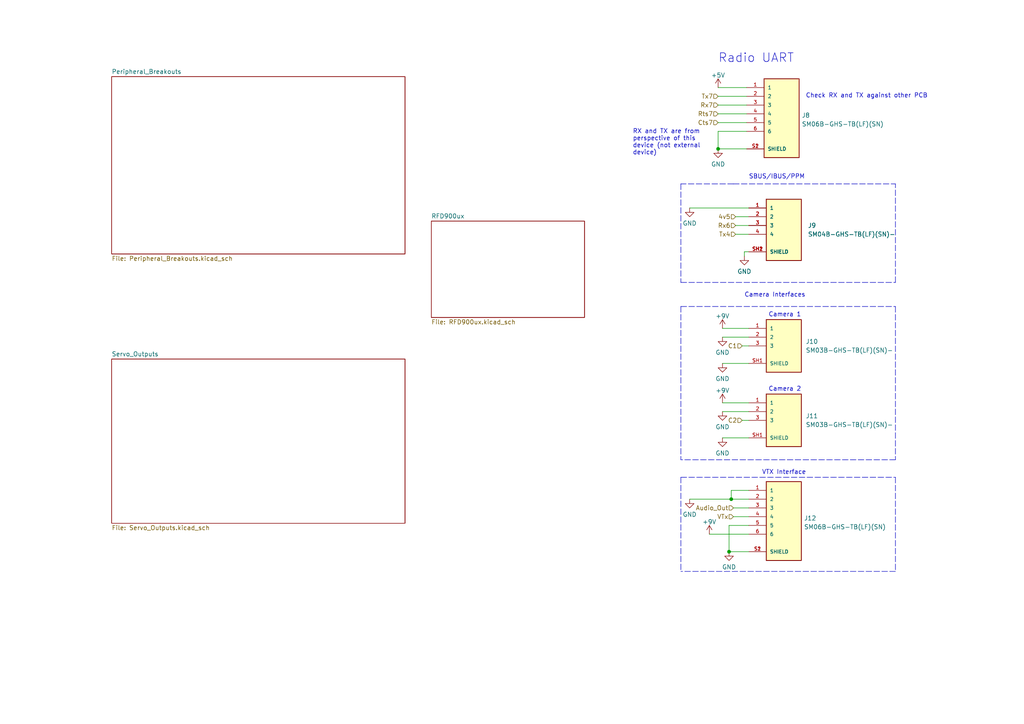
<source format=kicad_sch>
(kicad_sch (version 20211123) (generator eeschema)
  (paper "A4")
  (lib_symbols
    (symbol "SM03B-GHS-TB_LF__SN_:SM03B-GHS-TB(LF)(SN)-" (pin_names (offset 1.016))
      (property "Reference" "J" (at -5.08 7.62 0))
      (property "Value" "SM03B-GHS-TB(LF)(SN)-" (at -5.08 -12.7254 0))
      (symbol "SM03B-GHS-TB(LF)(SN)-_0_0"
        (rectangle (start -5.08 7.62) (end 5.08 -7.62) (stroke (width 0.254)) (fill (type background)))
        (pin passive line (at -10.16 5.08 0) (length 5.08) (name "1") (number "1"))
        (pin passive line (at -10.16 2.54 0) (length 5.08) (name "2") (number "2"))
        (pin passive line (at -10.16 0 0) (length 5.08) (name "3") (number "3"))
        (pin power_in line (at -10.16 -5.08 0) (length 5.08) (name "SHIELD") (number "SH1"))
      )
    )
    (symbol "SM03B-GHS-TB_LF__SN_:SM04B-GHS-TB(LF)(SN)-" (pin_names (offset 1.016))
      (property "Reference" "J" (at -5.08 7.62 0))
      (property "Value" "SM04B-GHS-TB(LF)(SN)-" (at -5.08 -12.7254 0))
      (symbol "SM04B-GHS-TB(LF)(SN)-_0_0"
        (rectangle (start -5.08 -10.16) (end 5.08 7.62) (stroke (width 0.254)) (fill (type background)))
        (pin passive line (at -10.16 5.08 0) (length 5.08) (name "1") (number "1"))
        (pin passive line (at -10.16 2.54 0) (length 5.08) (name "2") (number "2"))
        (pin passive line (at -10.16 0 0) (length 5.08) (name "3") (number "3"))
        (pin passive line (at -10.16 -2.54 0) (length 5.08) (name "4") (number "4"))
        (pin power_in line (at -10.16 -7.62 0) (length 5.08) (name "SHIELD") (number "SH1"))
        (pin power_in line (at -10.16 -7.62 0) (length 5.08) (name "SHIELD") (number "SH2"))
      )
    )
    (symbol "SM06B-GHS-TB_LF__SN_:SM06B-GHS-TB(LF)(SN)" (pin_names (offset 1.016))
      (property "Reference" "J" (at -5.08 11.43 0))
      (property "Value" "SM06B-GHS-TB(LF)(SN)" (at -5.08 -15.24 0))
      (symbol "SM06B-GHS-TB(LF)(SN)_0_0"
        (rectangle (start -5.08 -12.7) (end 5.08 10.16) (stroke (width 0.254)) (fill (type background)))
        (pin passive line (at -10.16 7.62 0) (length 5.08) (name "1") (number "1"))
        (pin passive line (at -10.16 5.08 0) (length 5.08) (name "2") (number "2"))
        (pin passive line (at -10.16 2.54 0) (length 5.08) (name "3") (number "3"))
        (pin passive line (at -10.16 0 0) (length 5.08) (name "4") (number "4"))
        (pin passive line (at -10.16 -2.54 0) (length 5.08) (name "5") (number "5"))
        (pin passive line (at -10.16 -5.08 0) (length 5.08) (name "6") (number "6"))
        (pin passive line (at -10.16 -10.16 0) (length 5.08) (name "SHIELD") (number "S1"))
        (pin passive line (at -10.16 -10.16 0) (length 5.08) (name "SHIELD") (number "S2"))
      )
    )
    (symbol "power:+5V" (power) (pin_names (offset 0))
      (property "Value" "+5V" (at 0 3.556 0))
      (symbol "+5V_0_1"
        (polyline (pts (xy -0.762 1.27) (xy 0 2.54)))
        (polyline (pts (xy 0 0) (xy 0 2.54)))
        (polyline (pts (xy 0 2.54) (xy 0.762 1.27)))
      )
      (symbol "+5V_1_1"
        (pin power_in line (at 0 0 90) (length 0) hide (name "+5V") (number "1"))
      )
    )
    (symbol "power:+9V" (power) (pin_names (offset 0))
      (property "Value" "+9V" (at 0 3.556 0))
      (symbol "+9V_0_1"
        (polyline (pts (xy -0.762 1.27) (xy 0 2.54)))
        (polyline (pts (xy 0 0) (xy 0 2.54)))
        (polyline (pts (xy 0 2.54) (xy 0.762 1.27)))
      )
      (symbol "+9V_1_1"
        (pin power_in line (at 0 0 90) (length 0) hide (name "+9V") (number "1"))
      )
    )
    (symbol "power:GND" (power) (pin_names (offset 0))
      (property "Value" "GND" (at 0 -3.81 0))
      (symbol "GND_0_1"
        (polyline (pts (xy 0 0) (xy 0 -1.27) (xy 1.27 -1.27) (xy 0 -2.54) (xy -1.27 -1.27) (xy 0 -1.27)))
      )
      (symbol "GND_1_1"
        (pin power_in line (at 0 0 270) (length 0) hide (name "GND") (number "1"))
      )
    )
  )
  (junction (at 208.28 43.18))
  (junction (at 212.09 144.78))
  (junction (at 211.455 160.02))
  (wire (pts (xy 209.55 105.41) (xy 217.17 105.41)))
  (wire (pts (xy 209.55 119.38) (xy 217.17 119.38)))
  (polyline (pts (xy 197.485 88.9) (xy 197.485 133.35)))
  (polyline (pts (xy 197.485 81.915) (xy 259.715 81.915)))
  (polyline (pts (xy 259.715 165.735) (xy 197.485 165.735)))
  (wire (pts (xy 211.455 152.4) (xy 211.455 160.02)))
  (polyline (pts (xy 197.485 53.34) (xy 197.485 81.915)))
  (wire (pts (xy 209.55 127) (xy 217.17 127)))
  (wire (pts (xy 208.28 27.94) (xy 216.535 27.94)))
  (polyline (pts (xy 197.485 138.43) (xy 259.715 138.43)))
  (wire (pts (xy 208.28 35.56) (xy 216.535 35.56)))
  (wire (pts (xy 216.535 38.1) (xy 208.28 38.1)))
  (wire (pts (xy 209.55 116.84) (xy 217.17 116.84)))
  (wire (pts (xy 213.36 65.405) (xy 217.17 65.405)))
  (wire (pts (xy 211.455 152.4) (xy 217.17 152.4)))
  (wire (pts (xy 200.025 60.325) (xy 217.17 60.325)))
  (wire (pts (xy 212.725 147.32) (xy 217.17 147.32)))
  (wire (pts (xy 208.28 30.48) (xy 216.535 30.48)))
  (wire (pts (xy 208.28 38.1) (xy 208.28 43.18)))
  (wire (pts (xy 212.09 142.24) (xy 212.09 144.78)))
  (wire (pts (xy 205.74 154.94) (xy 217.17 154.94)))
  (wire (pts (xy 212.09 142.24) (xy 217.17 142.24)))
  (wire (pts (xy 211.455 160.02) (xy 217.17 160.02)))
  (wire (pts (xy 215.265 121.92) (xy 217.17 121.92)))
  (wire (pts (xy 212.09 144.78) (xy 217.17 144.78)))
  (wire (pts (xy 200.025 144.78) (xy 212.09 144.78)))
  (polyline (pts (xy 197.485 138.43) (xy 197.485 165.735)))
  (polyline (pts (xy 259.715 88.9) (xy 259.715 133.35)))
  (wire (pts (xy 212.725 149.86) (xy 217.17 149.86)))
  (wire (pts (xy 213.36 67.945) (xy 217.17 67.945)))
  (wire (pts (xy 209.55 97.79) (xy 217.17 97.79)))
  (wire (pts (xy 215.9 73.025) (xy 215.9 74.295)))
  (polyline (pts (xy 259.715 81.915) (xy 259.715 53.34)))
  (wire (pts (xy 209.55 95.25) (xy 217.17 95.25)))
  (polyline (pts (xy 197.485 88.9) (xy 259.715 88.9)))
  (wire (pts (xy 215.265 100.33) (xy 217.17 100.33)))
  (polyline (pts (xy 259.715 138.43) (xy 259.715 165.735)))
  (polyline (pts (xy 259.715 133.35) (xy 197.485 133.35)))
  (wire (pts (xy 213.36 62.865) (xy 217.17 62.865)))
  (wire (pts (xy 208.28 43.18) (xy 216.535 43.18)))
  (polyline (pts (xy 212.725 53.34) (xy 197.485 53.34)))
  (wire (pts (xy 208.28 33.02) (xy 216.535 33.02)))
  (polyline (pts (xy 212.725 53.34) (xy 259.715 53.34)))
  (wire (pts (xy 217.17 73.025) (xy 215.9 73.025)))
  (wire (pts (xy 208.28 25.4) (xy 216.535 25.4)))
  (text "SBUS/IBUS/PPM" (at 217.17 52.07 0) (effects (font (size 1.27 1.27)) (justify left bottom)))
  (text "Camera 2" (at 222.885 113.665 0) (effects (font (size 1.27 1.27)) (justify left bottom)))
  (text "Check RX and TX against other PCB" (at 233.68 28.575 0) (effects (font (size 1.27 1.27)) (justify left bottom)))
  (text "Radio UART" (at 208.28 18.415 0) (effects (font (size 2.54 2.54)) (justify left bottom)))
  (text "Camera 1" (at 222.885 92.075 0) (effects (font (size 1.27 1.27)) (justify left bottom)))
  (text "Camera Interfaces" (at 215.9 86.36 0) (effects (font (size 1.27 1.27)) (justify left bottom)))
  (text "VTX Interface" (at 220.98 137.795 0) (effects (font (size 1.27 1.27)) (justify left bottom)))
  (text "RX and TX are from\nperspective of this \ndevice (not external\ndevice)" (at 183.515 45.085 0) (effects (font (size 1.27 1.27)) (justify left bottom)))
  (hierarchical_label "VTx" (shape input) (at 212.725 149.86 180))
  (hierarchical_label "Rx6" (shape input) (at 213.36 65.405 180))
  (hierarchical_label "Rx7" (shape input) (at 208.28 30.48 180))
  (hierarchical_label "4v5" (shape input) (at 213.36 62.865 180))
  (hierarchical_label "C2" (shape input) (at 215.265 121.92 180))
  (hierarchical_label "Rts7" (shape input) (at 208.28 33.02 180))
  (hierarchical_label "Audio_Out" (shape input) (at 212.725 147.32 180))
  (hierarchical_label "Cts7" (shape input) (at 208.28 35.56 180))
  (hierarchical_label "Tx4" (shape input) (at 213.36 67.945 180))
  (hierarchical_label "C1" (shape input) (at 215.265 100.33 180))
  (hierarchical_label "Tx7" (shape input) (at 208.28 27.94 180))
  (symbol (lib_id "power:+5V") (at 208.28 25.4 0) (unit 1)
    (property "Reference" "#PWR0113" (effects hide))
    (property "Value" "+5V" (at 208.28 21.8242 0))
  )
  (symbol (lib_id "SM06B-GHS-TB_LF__SN_:SM06B-GHS-TB(LF)(SN)") (at 227.33 149.86 0) (unit 1)
    (property "Reference" "J12" (at 233.172 150.2953 0) (effects (justify left)))
    (property "Value" "SM06B-GHS-TB(LF)(SN)" (at 233.172 152.8322 0) (effects (justify left)))
    (property "Footprint" "Footprints:JST_SM06B-GHS-TB(LF)(SN)" (effects hide))
    (property "PARTREV" "N/A" (effects hide))
    (property "STANDARD" "Manufacturer Recommendations" (effects hide))
    (property "MAXIMUM_PACKAGE_HEIGHT" "4.25mm" (effects hide))
    (property "MANUFACTURER" "JST" (effects hide))
  )
  (symbol (lib_id "power:GND") (at 209.55 105.41 0) (unit 1)
    (property "Reference" "#PWR0118" (effects hide))
    (property "Value" "GND" (at 209.55 109.8534 0))
  )
  (symbol (lib_id "power:+9V") (at 209.55 116.84 0) (unit 1)
    (property "Reference" "#PWR0119" (effects hide))
    (property "Value" "+9V" (at 209.55 113.2642 0))
  )
  (symbol (lib_id "power:+9V") (at 205.74 154.94 0) (unit 1)
    (property "Reference" "#PWR0107" (effects hide))
    (property "Value" "+9V" (at 205.74 151.3642 0))
  )
  (symbol (lib_id "power:GND") (at 200.025 60.325 0) (unit 1)
    (property "Reference" "#PWR0114" (effects hide))
    (property "Value" "GND" (at 200.025 64.7684 0))
  )
  (symbol (lib_id "power:GND") (at 209.55 97.79 0) (unit 1)
    (property "Reference" "#PWR0116" (effects hide))
    (property "Value" "GND" (at 209.55 102.2334 0))
  )
  (symbol (lib_id "power:GND") (at 209.55 119.38 0) (unit 1)
    (property "Reference" "#PWR0110" (effects hide))
    (property "Value" "GND" (at 209.55 123.8234 0))
  )
  (symbol (lib_id "power:GND") (at 208.28 43.18 0) (unit 1)
    (property "Reference" "#PWR0115" (effects hide))
    (property "Value" "GND" (at 208.28 47.6234 0))
  )
  (symbol (lib_id "power:+9V") (at 209.55 95.25 0) (unit 1)
    (property "Reference" "#PWR0117" (effects hide))
    (property "Value" "+9V" (at 209.55 91.6742 0))
  )
  (symbol (lib_id "power:GND") (at 209.55 127 0) (unit 1)
    (property "Reference" "#PWR0111" (effects hide))
    (property "Value" "GND" (at 209.55 131.4434 0))
  )
  (symbol (lib_id "power:GND") (at 211.455 160.02 0) (unit 1)
    (property "Reference" "#PWR0109" (effects hide))
    (property "Value" "GND" (at 211.455 164.4634 0))
  )
  (symbol (lib_id "SM03B-GHS-TB_LF__SN_:SM04B-GHS-TB(LF)(SN)-") (at 227.33 65.405 0) (unit 1)
    (property "Reference" "J9" (at 234.315 65.4049 0) (effects (justify left)))
    (property "Value" "SM04B-GHS-TB(LF)(SN)-" (at 234.315 67.9449 0) (effects (justify left)))
    (property "Footprint" "JST_SM04B-GHS-TB(LF)(SN)-" (effects hide))
    (property "MANUFACTURER" "JHS" (effects hide))
    (property "PARTREV" "NA" (effects hide))
    (property "STANDARD" "Manufacturer Recommendations" (effects hide))
  )
  (symbol (lib_id "SM03B-GHS-TB_LF__SN_:SM03B-GHS-TB(LF)(SN)-") (at 227.33 121.92 0) (unit 1)
    (property "Reference" "J11" (at 233.68 120.6499 0) (effects (justify left)))
    (property "Value" "SM03B-GHS-TB(LF)(SN)-" (at 233.68 123.1899 0) (effects (justify left)))
    (property "Footprint" "Footprints:JST_SM03B-GHS-TB(LF)(SN)-" (effects hide))
    (property "MANUFACTURER" "JHS" (effects hide))
    (property "PARTREV" "NA" (effects hide))
    (property "STANDARD" "Manufacturer Recommendations" (effects hide))
  )
  (symbol (lib_id "power:GND") (at 200.025 144.78 0) (unit 1)
    (property "Reference" "#PWR0108" (effects hide))
    (property "Value" "GND" (at 200.025 149.2234 0))
  )
  (symbol (lib_id "SM03B-GHS-TB_LF__SN_:SM03B-GHS-TB(LF)(SN)-") (at 227.33 100.33 0) (unit 1)
    (property "Reference" "J10" (at 233.68 99.0599 0) (effects (justify left)))
    (property "Value" "SM03B-GHS-TB(LF)(SN)-" (at 233.68 101.5999 0) (effects (justify left)))
    (property "Footprint" "Footprints:JST_SM03B-GHS-TB(LF)(SN)-" (effects hide))
    (property "MANUFACTURER" "JHS" (effects hide))
    (property "PARTREV" "NA" (effects hide))
    (property "STANDARD" "Manufacturer Recommendations" (effects hide))
  )
  (symbol (lib_id "SM06B-GHS-TB_LF__SN_:SM06B-GHS-TB(LF)(SN)") (at 226.695 33.02 0) (unit 1)
    (property "Reference" "J8" (at 232.537 33.4553 0) (effects (justify left)))
    (property "Value" "SM06B-GHS-TB(LF)(SN)" (at 232.537 35.9922 0) (effects (justify left)))
    (property "Footprint" "Footprints:JST_SM06B-GHS-TB(LF)(SN)" (effects hide))
    (property "PARTREV" "N/A" (effects hide))
    (property "STANDARD" "Manufacturer Recommendations" (effects hide))
    (property "MAXIMUM_PACKAGE_HEIGHT" "4.25mm" (effects hide))
    (property "MANUFACTURER" "JST" (effects hide))
  )
  (symbol (lib_id "power:GND") (at 215.9 74.295 0) (unit 1)
    (property "Reference" "#PWR0112" (effects hide))
    (property "Value" "GND" (at 215.9 78.7384 0))
  )
  (sheet (at 32.385 104.14) (size 85.09 47.625) (stroke (width 0.1524))
    (property "Sheet name" "Servo_Outputs" (at 32.385 103.4284 0) (effects (justify left bottom)))
    (property "Sheet file" "Servo_Outputs.kicad_sch" (at 32.385 152.3496 0) (effects (justify left top)))
  )
  (sheet (at 32.385 22.225) (size 85.09 51.435) (stroke (width 0.1524))
    (property "Sheet name" "Peripheral_Breakouts" (at 32.385 21.5134 0) (effects (justify left bottom)))
    (property "Sheet file" "Peripheral_Breakouts.kicad_sch" (at 32.385 74.2446 0) (effects (justify left top)))
  )
  (sheet (at 125.095 64.135) (size 44.45 27.94) (stroke (width 0.1524))
    (property "Sheet name" "RFD900ux" (at 125.095 63.4234 0) (effects (justify left bottom)))
    (property "Sheet file" "RFD900ux.kicad_sch" (at 125.095 92.6596 0) (effects (justify left top)))
  )
)
</source>
